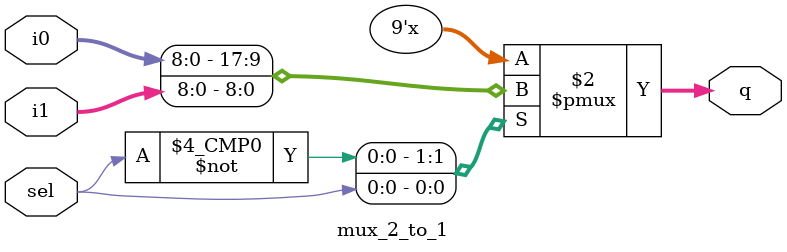
<source format=v>
module mux_2_to_1 (i0, i1, sel, q);
	
	// inputs
	input [8:0] i0, i1; // main inputs to mux
	input sel; // selection input
	
	// output
	output [8:0] q;
	reg [8:0] q;
	
	// give mux output when either i0, i1 or selection input changes
	always @(i0, i1, sel)
	begin
        case (sel)
            1'b0: q = i0;
			1'b1: q = i1;
        endcase
	end
	
endmodule
</source>
